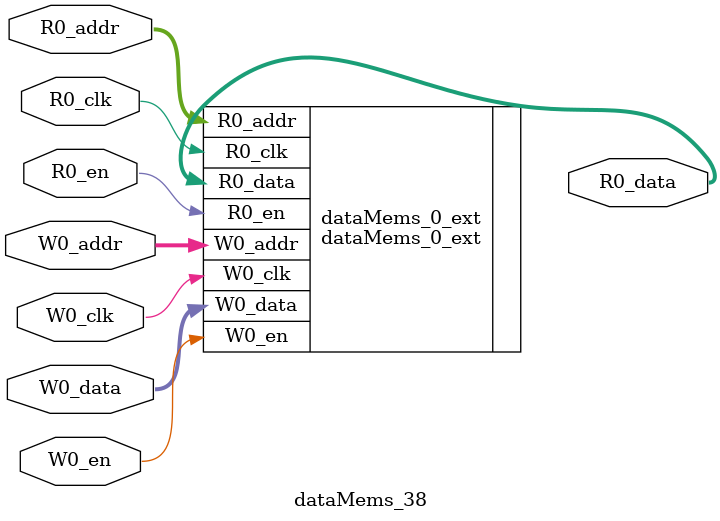
<source format=sv>
`ifndef RANDOMIZE
  `ifdef RANDOMIZE_REG_INIT
    `define RANDOMIZE
  `endif // RANDOMIZE_REG_INIT
`endif // not def RANDOMIZE
`ifndef RANDOMIZE
  `ifdef RANDOMIZE_MEM_INIT
    `define RANDOMIZE
  `endif // RANDOMIZE_MEM_INIT
`endif // not def RANDOMIZE

`ifndef RANDOM
  `define RANDOM $random
`endif // not def RANDOM

// Users can define 'PRINTF_COND' to add an extra gate to prints.
`ifndef PRINTF_COND_
  `ifdef PRINTF_COND
    `define PRINTF_COND_ (`PRINTF_COND)
  `else  // PRINTF_COND
    `define PRINTF_COND_ 1
  `endif // PRINTF_COND
`endif // not def PRINTF_COND_

// Users can define 'ASSERT_VERBOSE_COND' to add an extra gate to assert error printing.
`ifndef ASSERT_VERBOSE_COND_
  `ifdef ASSERT_VERBOSE_COND
    `define ASSERT_VERBOSE_COND_ (`ASSERT_VERBOSE_COND)
  `else  // ASSERT_VERBOSE_COND
    `define ASSERT_VERBOSE_COND_ 1
  `endif // ASSERT_VERBOSE_COND
`endif // not def ASSERT_VERBOSE_COND_

// Users can define 'STOP_COND' to add an extra gate to stop conditions.
`ifndef STOP_COND_
  `ifdef STOP_COND
    `define STOP_COND_ (`STOP_COND)
  `else  // STOP_COND
    `define STOP_COND_ 1
  `endif // STOP_COND
`endif // not def STOP_COND_

// Users can define INIT_RANDOM as general code that gets injected into the
// initializer block for modules with registers.
`ifndef INIT_RANDOM
  `define INIT_RANDOM
`endif // not def INIT_RANDOM

// If using random initialization, you can also define RANDOMIZE_DELAY to
// customize the delay used, otherwise 0.002 is used.
`ifndef RANDOMIZE_DELAY
  `define RANDOMIZE_DELAY 0.002
`endif // not def RANDOMIZE_DELAY

// Define INIT_RANDOM_PROLOG_ for use in our modules below.
`ifndef INIT_RANDOM_PROLOG_
  `ifdef RANDOMIZE
    `ifdef VERILATOR
      `define INIT_RANDOM_PROLOG_ `INIT_RANDOM
    `else  // VERILATOR
      `define INIT_RANDOM_PROLOG_ `INIT_RANDOM #`RANDOMIZE_DELAY begin end
    `endif // VERILATOR
  `else  // RANDOMIZE
    `define INIT_RANDOM_PROLOG_
  `endif // RANDOMIZE
`endif // not def INIT_RANDOM_PROLOG_

// Include register initializers in init blocks unless synthesis is set
`ifndef SYNTHESIS
  `ifndef ENABLE_INITIAL_REG_
    `define ENABLE_INITIAL_REG_
  `endif // not def ENABLE_INITIAL_REG_
`endif // not def SYNTHESIS

// Include rmemory initializers in init blocks unless synthesis is set
`ifndef SYNTHESIS
  `ifndef ENABLE_INITIAL_MEM_
    `define ENABLE_INITIAL_MEM_
  `endif // not def ENABLE_INITIAL_MEM_
`endif // not def SYNTHESIS

module dataMems_38(	// @[generators/ara/src/main/scala/UnsafeAXI4ToTL.scala:365:62]
  input  [4:0]  R0_addr,
  input         R0_en,
  input         R0_clk,
  output [66:0] R0_data,
  input  [4:0]  W0_addr,
  input         W0_en,
  input         W0_clk,
  input  [66:0] W0_data
);

  dataMems_0_ext dataMems_0_ext (	// @[generators/ara/src/main/scala/UnsafeAXI4ToTL.scala:365:62]
    .R0_addr (R0_addr),
    .R0_en   (R0_en),
    .R0_clk  (R0_clk),
    .R0_data (R0_data),
    .W0_addr (W0_addr),
    .W0_en   (W0_en),
    .W0_clk  (W0_clk),
    .W0_data (W0_data)
  );
endmodule


</source>
